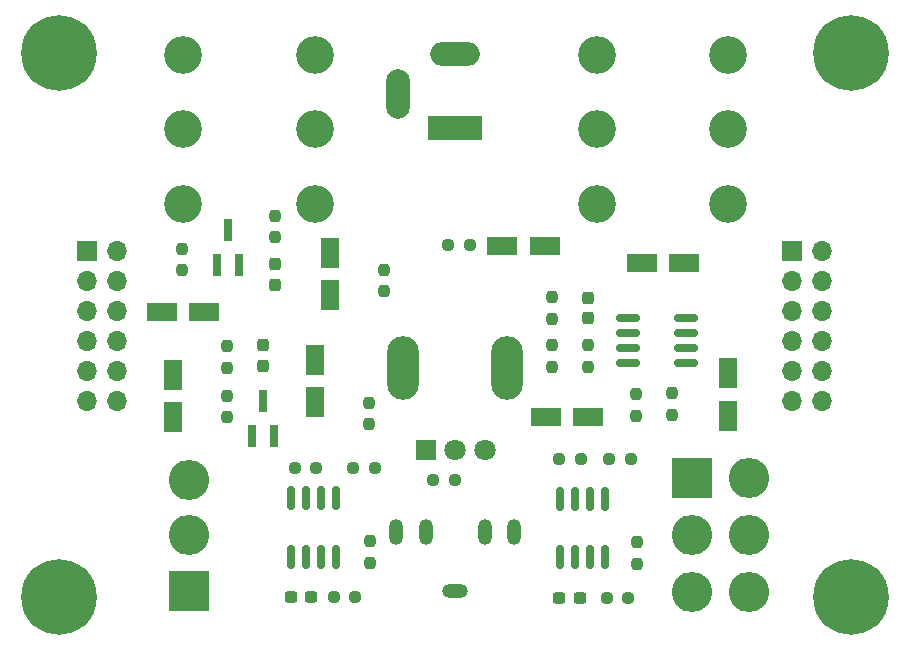
<source format=gbr>
%TF.GenerationSoftware,KiCad,Pcbnew,(6.0.9-0)*%
%TF.CreationDate,2024-05-22T19:49:44+02:00*%
%TF.ProjectId,io-board,696f2d62-6f61-4726-942e-6b696361645f,rev?*%
%TF.SameCoordinates,Original*%
%TF.FileFunction,Soldermask,Bot*%
%TF.FilePolarity,Negative*%
%FSLAX46Y46*%
G04 Gerber Fmt 4.6, Leading zero omitted, Abs format (unit mm)*
G04 Created by KiCad (PCBNEW (6.0.9-0)) date 2024-05-22 19:49:44*
%MOMM*%
%LPD*%
G01*
G04 APERTURE LIST*
G04 Aperture macros list*
%AMRoundRect*
0 Rectangle with rounded corners*
0 $1 Rounding radius*
0 $2 $3 $4 $5 $6 $7 $8 $9 X,Y pos of 4 corners*
0 Add a 4 corners polygon primitive as box body*
4,1,4,$2,$3,$4,$5,$6,$7,$8,$9,$2,$3,0*
0 Add four circle primitives for the rounded corners*
1,1,$1+$1,$2,$3*
1,1,$1+$1,$4,$5*
1,1,$1+$1,$6,$7*
1,1,$1+$1,$8,$9*
0 Add four rect primitives between the rounded corners*
20,1,$1+$1,$2,$3,$4,$5,0*
20,1,$1+$1,$4,$5,$6,$7,0*
20,1,$1+$1,$6,$7,$8,$9,0*
20,1,$1+$1,$8,$9,$2,$3,0*%
G04 Aperture macros list end*
%ADD10R,3.416000X3.416000*%
%ADD11O,3.416000X3.416000*%
%ADD12C,3.200000*%
%ADD13C,0.800000*%
%ADD14C,6.400000*%
%ADD15O,1.200000X2.200000*%
%ADD16O,2.200000X1.200000*%
%ADD17R,1.700000X1.700000*%
%ADD18O,1.700000X1.700000*%
%ADD19R,4.600000X2.000000*%
%ADD20O,4.200000X2.000000*%
%ADD21O,2.000000X4.200000*%
%ADD22O,2.700000X5.400000*%
%ADD23R,1.800000X1.800000*%
%ADD24C,1.800000*%
%ADD25R,0.800000X1.900000*%
%ADD26RoundRect,0.237500X0.250000X0.237500X-0.250000X0.237500X-0.250000X-0.237500X0.250000X-0.237500X0*%
%ADD27RoundRect,0.237500X0.237500X-0.250000X0.237500X0.250000X-0.237500X0.250000X-0.237500X-0.250000X0*%
%ADD28RoundRect,0.150000X0.825000X0.150000X-0.825000X0.150000X-0.825000X-0.150000X0.825000X-0.150000X0*%
%ADD29RoundRect,0.237500X-0.237500X0.250000X-0.237500X-0.250000X0.237500X-0.250000X0.237500X0.250000X0*%
%ADD30RoundRect,0.250000X0.550000X-1.050000X0.550000X1.050000X-0.550000X1.050000X-0.550000X-1.050000X0*%
%ADD31RoundRect,0.237500X-0.250000X-0.237500X0.250000X-0.237500X0.250000X0.237500X-0.250000X0.237500X0*%
%ADD32RoundRect,0.237500X-0.237500X0.300000X-0.237500X-0.300000X0.237500X-0.300000X0.237500X0.300000X0*%
%ADD33RoundRect,0.250000X-0.550000X1.050000X-0.550000X-1.050000X0.550000X-1.050000X0.550000X1.050000X0*%
%ADD34RoundRect,0.237500X-0.300000X-0.237500X0.300000X-0.237500X0.300000X0.237500X-0.300000X0.237500X0*%
%ADD35RoundRect,0.150000X-0.150000X0.825000X-0.150000X-0.825000X0.150000X-0.825000X0.150000X0.825000X0*%
%ADD36RoundRect,0.250000X-1.050000X-0.550000X1.050000X-0.550000X1.050000X0.550000X-1.050000X0.550000X0*%
%ADD37RoundRect,0.250000X1.050000X0.550000X-1.050000X0.550000X-1.050000X-0.550000X1.050000X-0.550000X0*%
%ADD38RoundRect,0.237500X0.237500X-0.300000X0.237500X0.300000X-0.237500X0.300000X-0.237500X-0.300000X0*%
G04 APERTURE END LIST*
D10*
%TO.C,SW2*%
X75000000Y-109499000D03*
D11*
X75000000Y-104800000D03*
X75000000Y-100101000D03*
%TD*%
D10*
%TO.C,SW1*%
X117587000Y-99966000D03*
D11*
X117587000Y-104796000D03*
X117587000Y-109626000D03*
X122417000Y-99966000D03*
X122417000Y-104796000D03*
X122417000Y-109626000D03*
%TD*%
D12*
%TO.C,J6*%
X74500000Y-70400000D03*
X85600000Y-70400000D03*
X85600000Y-64100000D03*
X74500000Y-64100000D03*
X74500000Y-76750000D03*
X85600000Y-76750000D03*
%TD*%
D13*
%TO.C,H3*%
X66400000Y-110000000D03*
X62302944Y-111697056D03*
X65697056Y-111697056D03*
X64000000Y-107600000D03*
X64000000Y-112400000D03*
X65697056Y-108302944D03*
X61600000Y-110000000D03*
X62302944Y-108302944D03*
D14*
X64000000Y-110000000D03*
%TD*%
D12*
%TO.C,J5*%
X109500000Y-70400000D03*
X120600000Y-70400000D03*
X120600000Y-64100000D03*
X109500000Y-64100000D03*
X109500000Y-76750000D03*
X120600000Y-76750000D03*
%TD*%
D13*
%TO.C,H4*%
X129302944Y-108302944D03*
D14*
X131000000Y-110000000D03*
D13*
X132697056Y-108302944D03*
X133400000Y-110000000D03*
X131000000Y-107600000D03*
X131000000Y-112400000D03*
X129302944Y-111697056D03*
X132697056Y-111697056D03*
X128600000Y-110000000D03*
%TD*%
D15*
%TO.C,J7*%
X92500000Y-104500000D03*
X95000000Y-104500000D03*
D16*
X97500000Y-109500000D03*
D15*
X102500000Y-104500000D03*
X100000000Y-104500000D03*
%TD*%
D17*
%TO.C,J8*%
X66350000Y-80701000D03*
D18*
X68890000Y-80701000D03*
X66350000Y-83241000D03*
X68890000Y-83241000D03*
X66350000Y-85781000D03*
X68890000Y-85781000D03*
X66350000Y-88321000D03*
X68890000Y-88321000D03*
X66350000Y-90861000D03*
X68890000Y-90861000D03*
X66350000Y-93401000D03*
X68890000Y-93401000D03*
%TD*%
D19*
%TO.C,J4*%
X97500000Y-70350000D03*
D20*
X97500000Y-64050000D03*
D21*
X92700000Y-67450000D03*
%TD*%
D13*
%TO.C,H1*%
X66400000Y-64000000D03*
X61600000Y-64000000D03*
X64000000Y-66400000D03*
X65697056Y-65697056D03*
D14*
X64000000Y-64000000D03*
D13*
X64000000Y-61600000D03*
X65697056Y-62302944D03*
X62302944Y-62302944D03*
X62302944Y-65697056D03*
%TD*%
D22*
%TO.C,RV1*%
X101900000Y-90600000D03*
X93100000Y-90600000D03*
D23*
X95000000Y-97600000D03*
D24*
X97500000Y-97600000D03*
X100000000Y-97600000D03*
%TD*%
D17*
%TO.C,J3*%
X126030000Y-80701000D03*
D18*
X128570000Y-80701000D03*
X126030000Y-83241000D03*
X128570000Y-83241000D03*
X126030000Y-85781000D03*
X128570000Y-85781000D03*
X126030000Y-88321000D03*
X128570000Y-88321000D03*
X126030000Y-90861000D03*
X128570000Y-90861000D03*
X126030000Y-93401000D03*
X128570000Y-93401000D03*
%TD*%
D13*
%TO.C,H2*%
X131000000Y-66400000D03*
D14*
X131000000Y-64000000D03*
D13*
X132697056Y-65697056D03*
X129302944Y-65697056D03*
X128600000Y-64000000D03*
X133400000Y-64000000D03*
X132697056Y-62302944D03*
X129302944Y-62302944D03*
X131000000Y-61600000D03*
%TD*%
D25*
%TO.C,Q1*%
X79238000Y-81947000D03*
X77338000Y-81947000D03*
X78288000Y-78947000D03*
%TD*%
D26*
%TO.C,R15*%
X97488500Y-100132000D03*
X95663500Y-100132000D03*
%TD*%
D27*
%TO.C,R6*%
X74351000Y-82375500D03*
X74351000Y-80550500D03*
%TD*%
D28*
%TO.C,U1*%
X117085000Y-86439500D03*
X117085000Y-87709500D03*
X117085000Y-88979500D03*
X117085000Y-90249500D03*
X112135000Y-90249500D03*
X112135000Y-88979500D03*
X112135000Y-87709500D03*
X112135000Y-86439500D03*
%TD*%
D25*
%TO.C,Q2*%
X82159000Y-96425000D03*
X80259000Y-96425000D03*
X81209000Y-93425000D03*
%TD*%
D29*
%TO.C,R7*%
X78161000Y-92996500D03*
X78161000Y-94821500D03*
%TD*%
D26*
%TO.C,R16*%
X112347500Y-98354000D03*
X110522500Y-98354000D03*
%TD*%
D30*
%TO.C,C2*%
X85654000Y-93550000D03*
X85654000Y-89950000D03*
%TD*%
D31*
%TO.C,R22*%
X87225500Y-110053000D03*
X89050500Y-110053000D03*
%TD*%
D32*
%TO.C,C3*%
X82225000Y-81870500D03*
X82225000Y-83595500D03*
%TD*%
D30*
%TO.C,C5*%
X73589000Y-94820000D03*
X73589000Y-91220000D03*
%TD*%
D27*
%TO.C,R12*%
X105720000Y-90527000D03*
X105720000Y-88702000D03*
%TD*%
D33*
%TO.C,C1*%
X86924000Y-80877000D03*
X86924000Y-84477000D03*
%TD*%
D31*
%TO.C,R20*%
X110339500Y-110109000D03*
X112164500Y-110109000D03*
%TD*%
D34*
%TO.C,C11*%
X106325500Y-110109000D03*
X108050500Y-110109000D03*
%TD*%
D26*
%TO.C,R17*%
X90701500Y-99131000D03*
X88876500Y-99131000D03*
%TD*%
D33*
%TO.C,C7*%
X120570000Y-91094500D03*
X120570000Y-94694500D03*
%TD*%
D29*
%TO.C,R11*%
X108768000Y-88702000D03*
X108768000Y-90527000D03*
%TD*%
D35*
%TO.C,U3*%
X83566000Y-101665000D03*
X84836000Y-101665000D03*
X86106000Y-101665000D03*
X87376000Y-101665000D03*
X87376000Y-106615000D03*
X86106000Y-106615000D03*
X84836000Y-106615000D03*
X83566000Y-106615000D03*
%TD*%
D27*
%TO.C,R2*%
X91496000Y-84153500D03*
X91496000Y-82328500D03*
%TD*%
D26*
%TO.C,R19*%
X85748500Y-99131000D03*
X83923500Y-99131000D03*
%TD*%
D27*
%TO.C,R4*%
X82225000Y-79581500D03*
X82225000Y-77756500D03*
%TD*%
D34*
%TO.C,C12*%
X83592500Y-110053000D03*
X85317500Y-110053000D03*
%TD*%
D36*
%TO.C,C8*%
X105190000Y-94798000D03*
X108790000Y-94798000D03*
%TD*%
D37*
%TO.C,C10*%
X105107000Y-80320000D03*
X101507000Y-80320000D03*
%TD*%
D38*
%TO.C,C4*%
X81209000Y-90453500D03*
X81209000Y-88728500D03*
%TD*%
D27*
%TO.C,R8*%
X78161000Y-90630500D03*
X78161000Y-88805500D03*
%TD*%
D26*
%TO.C,R1*%
X98758500Y-80193000D03*
X96933500Y-80193000D03*
%TD*%
D29*
%TO.C,R21*%
X112903000Y-105386500D03*
X112903000Y-107211500D03*
%TD*%
%TO.C,R23*%
X90297000Y-105320500D03*
X90297000Y-107145500D03*
%TD*%
D27*
%TO.C,R5*%
X90226000Y-95412500D03*
X90226000Y-93587500D03*
%TD*%
D29*
%TO.C,R13*%
X112832000Y-92869500D03*
X112832000Y-94694500D03*
%TD*%
D27*
%TO.C,R10*%
X115880000Y-94591000D03*
X115880000Y-92766000D03*
%TD*%
D26*
%TO.C,R18*%
X108156500Y-98354000D03*
X106331500Y-98354000D03*
%TD*%
D36*
%TO.C,C6*%
X72678000Y-85908000D03*
X76278000Y-85908000D03*
%TD*%
D27*
%TO.C,R14*%
X105720000Y-86463000D03*
X105720000Y-84638000D03*
%TD*%
D38*
%TO.C,C13*%
X108768000Y-86413000D03*
X108768000Y-84688000D03*
%TD*%
D35*
%TO.C,U2*%
X106355000Y-101721000D03*
X107625000Y-101721000D03*
X108895000Y-101721000D03*
X110165000Y-101721000D03*
X110165000Y-106671000D03*
X108895000Y-106671000D03*
X107625000Y-106671000D03*
X106355000Y-106671000D03*
%TD*%
D37*
%TO.C,C9*%
X116918000Y-81740500D03*
X113318000Y-81740500D03*
%TD*%
M02*

</source>
